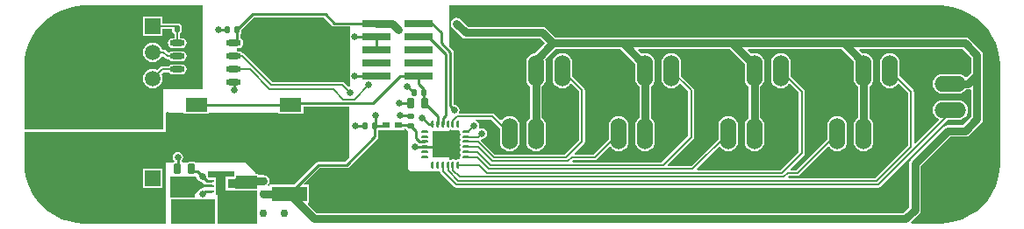
<source format=gtl>
G04 Layer_Physical_Order=1*
G04 Layer_Color=255*
%FSLAX23Y23*%
%MOIN*%
G70*
G01*
G75*
G04:AMPARAMS|DCode=10|XSize=22mil|YSize=24mil|CornerRadius=4mil|HoleSize=0mil|Usage=FLASHONLY|Rotation=0.000|XOffset=0mil|YOffset=0mil|HoleType=Round|Shape=RoundedRectangle|*
%AMROUNDEDRECTD10*
21,1,0.022,0.015,0,0,0.0*
21,1,0.013,0.024,0,0,0.0*
1,1,0.009,0.007,-0.008*
1,1,0.009,-0.007,-0.008*
1,1,0.009,-0.007,0.008*
1,1,0.009,0.007,0.008*
%
%ADD10ROUNDEDRECTD10*%
%ADD11O,0.057X0.024*%
%ADD12R,0.134X0.055*%
%ADD13R,0.110X0.030*%
G04:AMPARAMS|DCode=14|XSize=29mil|YSize=39mil|CornerRadius=6mil|HoleSize=0mil|Usage=FLASHONLY|Rotation=180.000|XOffset=0mil|YOffset=0mil|HoleType=Round|Shape=RoundedRectangle|*
%AMROUNDEDRECTD14*
21,1,0.029,0.028,0,0,180.0*
21,1,0.017,0.039,0,0,180.0*
1,1,0.012,-0.009,0.014*
1,1,0.012,0.009,0.014*
1,1,0.012,0.009,-0.014*
1,1,0.012,-0.009,-0.014*
%
%ADD14ROUNDEDRECTD14*%
%ADD15O,0.030X0.010*%
%ADD16O,0.010X0.030*%
%ADD17R,0.100X0.100*%
%ADD18R,0.083X0.055*%
G04:AMPARAMS|DCode=19|XSize=22mil|YSize=24mil|CornerRadius=4mil|HoleSize=0mil|Usage=FLASHONLY|Rotation=90.000|XOffset=0mil|YOffset=0mil|HoleType=Round|Shape=RoundedRectangle|*
%AMROUNDEDRECTD19*
21,1,0.022,0.015,0,0,90.0*
21,1,0.013,0.024,0,0,90.0*
1,1,0.009,0.008,0.007*
1,1,0.009,0.008,-0.007*
1,1,0.009,-0.008,-0.007*
1,1,0.009,-0.008,0.007*
%
%ADD19ROUNDEDRECTD19*%
%ADD20R,0.031X0.024*%
%ADD21R,0.067X0.043*%
G04:AMPARAMS|DCode=22|XSize=52mil|YSize=60mil|CornerRadius=13mil|HoleSize=0mil|Usage=FLASHONLY|Rotation=180.000|XOffset=0mil|YOffset=0mil|HoleType=Round|Shape=RoundedRectangle|*
%AMROUNDEDRECTD22*
21,1,0.052,0.034,0,0,180.0*
21,1,0.026,0.060,0,0,180.0*
1,1,0.026,-0.013,0.017*
1,1,0.026,0.013,0.017*
1,1,0.026,0.013,-0.017*
1,1,0.026,-0.013,-0.017*
%
%ADD22ROUNDEDRECTD22*%
%ADD23R,0.083X0.065*%
%ADD24R,0.035X0.063*%
%ADD25R,0.020X0.011*%
%ADD26C,0.010*%
%ADD27C,0.008*%
%ADD28C,0.015*%
%ADD29C,0.030*%
%ADD30C,0.059*%
%ADD31R,0.059X0.059*%
%ADD32O,0.120X0.060*%
%ADD33C,0.197*%
%ADD34O,0.060X0.120*%
%ADD35C,0.025*%
%ADD36C,0.030*%
%ADD37C,0.020*%
G36*
X905Y155D02*
X824D01*
Y158D01*
X795D01*
Y192D01*
X824D01*
Y195D01*
X825D01*
Y205D01*
X905D01*
Y155D01*
D02*
G37*
G36*
X675Y196D02*
Y195D01*
X680Y190D01*
X686Y186D01*
X686Y186D01*
X692Y182D01*
X693Y182D01*
X707Y172D01*
X712Y170D01*
X736Y170D01*
X741Y166D01*
Y164D01*
X736Y160D01*
X707Y160D01*
X686Y151D01*
X670Y135D01*
X670Y122D01*
X580D01*
X575Y126D01*
Y200D01*
X671Y200D01*
X675Y196D01*
D02*
G37*
G36*
X1644Y379D02*
X1646Y378D01*
X1650Y378D01*
X1655Y378D01*
X1657Y379D01*
X1660Y381D01*
X1664Y379D01*
X1665Y378D01*
X1670Y378D01*
X1672Y378D01*
X1676Y374D01*
X1676Y372D01*
X1677Y367D01*
X1678Y366D01*
X1679Y362D01*
X1678Y358D01*
X1677Y357D01*
X1676Y352D01*
X1677Y348D01*
X1678Y346D01*
X1679Y342D01*
X1678Y339D01*
X1677Y337D01*
X1676Y333D01*
X1677Y328D01*
X1678Y326D01*
X1679Y323D01*
X1678Y319D01*
X1677Y318D01*
X1676Y313D01*
X1677Y308D01*
X1678Y307D01*
X1679Y303D01*
X1678Y299D01*
X1677Y298D01*
X1676Y293D01*
X1677Y289D01*
X1678Y287D01*
X1679Y283D01*
X1678Y280D01*
X1677Y278D01*
X1676Y274D01*
X1676Y272D01*
X1672Y268D01*
X1670Y268D01*
X1665Y267D01*
X1664Y266D01*
X1660Y265D01*
X1657Y266D01*
X1655Y267D01*
X1650Y268D01*
X1646Y267D01*
X1644Y266D01*
X1641Y265D01*
X1637Y266D01*
X1635Y267D01*
X1635Y267D01*
Y378D01*
X1635Y378D01*
X1637Y379D01*
X1641Y381D01*
X1644Y379D01*
D02*
G37*
G36*
X3500Y853D02*
Y853D01*
X3505Y853D01*
X3530Y851D01*
X3559Y845D01*
X3587Y836D01*
X3614Y822D01*
X3639Y806D01*
X3661Y786D01*
X3681Y764D01*
X3697Y739D01*
X3711Y712D01*
X3720Y684D01*
X3726Y655D01*
X3728Y628D01*
Y247D01*
X3726Y220D01*
X3720Y191D01*
X3711Y163D01*
X3697Y136D01*
X3681Y111D01*
X3661Y89D01*
X3639Y69D01*
X3614Y53D01*
X3587Y39D01*
X3559Y30D01*
X3530Y24D01*
X3501Y22D01*
X3500Y22D01*
X3391D01*
X3389Y27D01*
X3421Y59D01*
X3426Y66D01*
X3427Y75D01*
Y241D01*
X3539Y353D01*
X3595D01*
X3604Y354D01*
X3611Y359D01*
X3656Y404D01*
X3661Y411D01*
X3662Y420D01*
Y588D01*
Y665D01*
X3661Y674D01*
X3656Y681D01*
X3611Y726D01*
X3604Y731D01*
X3595Y732D01*
X2039D01*
X2006Y766D01*
X1999Y771D01*
X1990Y772D01*
X1708D01*
X1680Y800D01*
X1673Y805D01*
X1664Y807D01*
X1656Y805D01*
X1649Y800D01*
X1644Y793D01*
X1642Y784D01*
X1644Y776D01*
X1649Y769D01*
X1683Y734D01*
X1690Y729D01*
X1699Y728D01*
X1981D01*
X1998Y710D01*
X1960Y672D01*
X1955Y671D01*
X1946Y667D01*
X1939Y661D01*
X1933Y654D01*
X1929Y645D01*
X1928Y635D01*
Y575D01*
X1929Y565D01*
X1933Y556D01*
X1939Y549D01*
X1943Y546D01*
Y424D01*
X1939Y421D01*
X1933Y414D01*
X1929Y405D01*
X1928Y395D01*
Y335D01*
X1929Y325D01*
X1933Y316D01*
X1939Y309D01*
X1946Y303D01*
X1955Y299D01*
X1965Y298D01*
X1975Y299D01*
X1984Y303D01*
X1991Y309D01*
X1997Y316D01*
X2001Y325D01*
X2002Y335D01*
Y395D01*
X2001Y405D01*
X1997Y414D01*
X1991Y421D01*
X1987Y424D01*
Y546D01*
X1991Y549D01*
X1997Y556D01*
X2001Y565D01*
X2002Y575D01*
Y635D01*
X2001Y645D01*
X2000Y648D01*
X2039Y688D01*
X2286D01*
X2343Y631D01*
Y575D01*
X2344Y565D01*
X2348Y556D01*
X2354Y549D01*
X2358Y546D01*
Y424D01*
X2354Y421D01*
X2348Y414D01*
X2344Y405D01*
X2343Y395D01*
Y335D01*
X2344Y325D01*
X2348Y316D01*
X2354Y309D01*
X2361Y303D01*
X2370Y299D01*
X2380Y298D01*
X2390Y299D01*
X2399Y303D01*
X2406Y309D01*
X2412Y316D01*
X2416Y325D01*
X2417Y335D01*
Y395D01*
X2416Y405D01*
X2412Y414D01*
X2406Y421D01*
X2402Y424D01*
Y546D01*
X2406Y549D01*
X2412Y556D01*
X2416Y565D01*
X2417Y575D01*
Y635D01*
X2416Y645D01*
X2412Y654D01*
X2406Y661D01*
X2399Y667D01*
X2390Y671D01*
X2380Y672D01*
X2370Y671D01*
X2367Y670D01*
X2354Y683D01*
X2356Y688D01*
X2701D01*
X2758Y631D01*
Y575D01*
X2759Y565D01*
X2763Y556D01*
X2769Y549D01*
X2773Y546D01*
Y424D01*
X2769Y421D01*
X2763Y414D01*
X2759Y405D01*
X2758Y395D01*
Y335D01*
X2759Y325D01*
X2763Y316D01*
X2769Y309D01*
X2776Y303D01*
X2785Y299D01*
X2795Y298D01*
X2805Y299D01*
X2814Y303D01*
X2821Y309D01*
X2827Y316D01*
X2831Y325D01*
X2832Y335D01*
Y395D01*
X2831Y405D01*
X2827Y414D01*
X2821Y421D01*
X2817Y424D01*
Y546D01*
X2821Y549D01*
X2827Y556D01*
X2831Y565D01*
X2832Y575D01*
Y635D01*
X2831Y645D01*
X2827Y654D01*
X2821Y661D01*
X2814Y667D01*
X2805Y671D01*
X2795Y672D01*
X2785Y671D01*
X2782Y670D01*
X2769Y683D01*
X2771Y688D01*
X3126D01*
X3173Y640D01*
X3173Y635D01*
Y575D01*
X3174Y565D01*
X3178Y556D01*
X3184Y549D01*
X3188Y546D01*
Y424D01*
X3184Y421D01*
X3178Y414D01*
X3174Y405D01*
X3173Y395D01*
Y335D01*
X3174Y325D01*
X3178Y316D01*
X3184Y309D01*
X3191Y303D01*
X3200Y299D01*
X3210Y298D01*
X3220Y299D01*
X3229Y303D01*
X3236Y309D01*
X3242Y316D01*
X3246Y325D01*
X3247Y335D01*
Y395D01*
X3246Y405D01*
X3242Y414D01*
X3236Y421D01*
X3232Y424D01*
Y546D01*
X3236Y549D01*
X3242Y556D01*
X3246Y565D01*
X3247Y575D01*
Y635D01*
X3246Y645D01*
X3242Y654D01*
X3236Y661D01*
X3229Y667D01*
X3220Y671D01*
X3210Y672D01*
X3205Y672D01*
X3194Y683D01*
X3196Y688D01*
X3586D01*
X3618Y656D01*
Y597D01*
X3601Y581D01*
X3597Y581D01*
X3596Y581D01*
X3589Y587D01*
X3580Y591D01*
X3570Y592D01*
X3510D01*
X3500Y591D01*
X3491Y587D01*
X3484Y581D01*
X3478Y574D01*
X3474Y565D01*
X3473Y555D01*
X3474Y545D01*
X3478Y536D01*
X3484Y529D01*
X3491Y523D01*
X3500Y519D01*
X3510Y518D01*
X3570D01*
X3580Y519D01*
X3589Y523D01*
X3596Y529D01*
X3599Y533D01*
X3607D01*
X3613Y534D01*
X3618Y530D01*
Y429D01*
X3586Y397D01*
X3530D01*
X3521Y396D01*
X3514Y391D01*
X3389Y266D01*
X3384Y259D01*
X3383Y250D01*
Y84D01*
X3361Y62D01*
X1132D01*
X1099Y96D01*
X1100Y100D01*
X1102D01*
Y170D01*
X1086D01*
X1084Y174D01*
X1143Y233D01*
X1245D01*
X1250Y234D01*
X1254Y236D01*
X1362Y345D01*
X1365Y349D01*
X1366Y354D01*
Y377D01*
X1367Y378D01*
X1372Y379D01*
X1372Y379D01*
X1372Y379D01*
X1417D01*
Y379D01*
X1419D01*
Y379D01*
X1465D01*
Y384D01*
X1470Y384D01*
X1470Y383D01*
X1472Y379D01*
X1476Y377D01*
X1480Y376D01*
Y330D01*
Y230D01*
X1490Y220D01*
X1492Y222D01*
X1600D01*
X1601Y217D01*
X1603Y214D01*
X1654Y163D01*
D01*
X1655Y162D01*
X1655Y162D01*
X1658Y160D01*
X1663Y159D01*
X3265D01*
X3265Y159D01*
X3269Y160D01*
X3273Y162D01*
X3529Y418D01*
X3570D01*
X3580Y419D01*
X3589Y423D01*
X3596Y429D01*
X3602Y436D01*
X3606Y445D01*
X3607Y455D01*
X3606Y465D01*
X3602Y474D01*
X3596Y481D01*
X3589Y487D01*
X3580Y491D01*
X3570Y492D01*
X3510D01*
X3500Y491D01*
X3491Y487D01*
X3484Y481D01*
X3478Y474D01*
X3474Y465D01*
X3473Y455D01*
X3474Y445D01*
X3478Y436D01*
X3484Y429D01*
X3491Y423D01*
X3495Y421D01*
X3496Y416D01*
X3406Y327D01*
X3401Y329D01*
Y525D01*
X3401Y525D01*
X3400Y529D01*
X3398Y533D01*
X3398Y533D01*
X3347Y584D01*
Y635D01*
X3346Y645D01*
X3342Y654D01*
X3336Y661D01*
X3329Y667D01*
X3320Y671D01*
X3310Y672D01*
X3300Y671D01*
X3291Y667D01*
X3284Y661D01*
X3278Y654D01*
X3274Y645D01*
X3273Y635D01*
Y575D01*
X3274Y565D01*
X3278Y556D01*
X3284Y549D01*
X3291Y543D01*
X3300Y539D01*
X3310Y538D01*
X3320Y539D01*
X3329Y543D01*
X3336Y549D01*
X3339Y553D01*
X3346Y553D01*
X3379Y520D01*
Y321D01*
X3254Y196D01*
X2926D01*
X2924Y201D01*
X2926Y204D01*
X2960D01*
X2960Y204D01*
X2964Y205D01*
X2968Y207D01*
X3074Y313D01*
X3081Y313D01*
X3084Y309D01*
X3091Y303D01*
X3100Y299D01*
X3110Y298D01*
X3120Y299D01*
X3129Y303D01*
X3136Y309D01*
X3142Y316D01*
X3146Y325D01*
X3147Y335D01*
Y395D01*
X3146Y405D01*
X3142Y414D01*
X3136Y421D01*
X3129Y427D01*
X3120Y431D01*
X3110Y432D01*
X3100Y431D01*
X3091Y427D01*
X3084Y421D01*
X3078Y414D01*
X3074Y405D01*
X3073Y395D01*
Y344D01*
X2955Y226D01*
X2934D01*
X2932Y231D01*
X2983Y282D01*
X2983Y282D01*
X2985Y286D01*
X2986Y290D01*
Y525D01*
X2986Y525D01*
X2985Y529D01*
X2983Y533D01*
X2983Y533D01*
X2932Y584D01*
Y635D01*
X2931Y645D01*
X2927Y654D01*
X2921Y661D01*
X2914Y667D01*
X2905Y671D01*
X2895Y672D01*
X2885Y671D01*
X2876Y667D01*
X2869Y661D01*
X2863Y654D01*
X2859Y645D01*
X2858Y635D01*
Y575D01*
X2859Y565D01*
X2863Y556D01*
X2869Y549D01*
X2876Y543D01*
X2885Y539D01*
X2895Y538D01*
X2905Y539D01*
X2914Y543D01*
X2921Y549D01*
X2924Y553D01*
X2931Y553D01*
X2964Y520D01*
Y295D01*
X2895Y226D01*
X2579D01*
X2577Y231D01*
X2659Y313D01*
X2666Y313D01*
X2669Y309D01*
X2676Y303D01*
X2685Y299D01*
X2695Y298D01*
X2705Y299D01*
X2714Y303D01*
X2721Y309D01*
X2727Y316D01*
X2731Y325D01*
X2732Y335D01*
Y395D01*
X2731Y405D01*
X2727Y414D01*
X2721Y421D01*
X2714Y427D01*
X2705Y431D01*
X2695Y432D01*
X2685Y431D01*
X2676Y427D01*
X2669Y421D01*
X2663Y414D01*
X2659Y405D01*
X2658Y395D01*
Y344D01*
X2555Y241D01*
X2467D01*
X2465Y246D01*
X2563Y344D01*
X2563Y344D01*
X2565Y348D01*
X2566Y352D01*
X2566Y352D01*
Y530D01*
X2565Y534D01*
X2563Y538D01*
X2563Y538D01*
X2517Y584D01*
Y635D01*
X2516Y645D01*
X2512Y654D01*
X2506Y661D01*
X2499Y667D01*
X2490Y671D01*
X2480Y672D01*
X2470Y671D01*
X2461Y667D01*
X2454Y661D01*
X2448Y654D01*
X2444Y645D01*
X2443Y635D01*
Y575D01*
X2444Y565D01*
X2448Y556D01*
X2454Y549D01*
X2461Y543D01*
X2470Y539D01*
X2480Y538D01*
X2490Y539D01*
X2499Y543D01*
X2506Y549D01*
X2509Y553D01*
X2516Y553D01*
X2544Y525D01*
Y357D01*
X2443Y256D01*
X2106D01*
X2104Y261D01*
X2106Y264D01*
X2190D01*
X2190Y264D01*
X2194Y265D01*
X2198Y267D01*
X2244Y313D01*
X2251Y313D01*
X2254Y309D01*
X2261Y303D01*
X2270Y299D01*
X2280Y298D01*
X2290Y299D01*
X2299Y303D01*
X2306Y309D01*
X2312Y316D01*
X2316Y325D01*
X2317Y335D01*
Y395D01*
X2316Y405D01*
X2312Y414D01*
X2306Y421D01*
X2299Y427D01*
X2290Y431D01*
X2280Y432D01*
X2270Y431D01*
X2261Y427D01*
X2254Y421D01*
X2248Y414D01*
X2244Y405D01*
X2243Y395D01*
Y344D01*
X2185Y286D01*
X2114D01*
X2112Y291D01*
X2148Y327D01*
X2148Y327D01*
X2150Y331D01*
X2151Y335D01*
X2151Y335D01*
Y530D01*
X2150Y534D01*
X2148Y538D01*
X2148Y538D01*
X2102Y584D01*
Y635D01*
X2101Y645D01*
X2097Y654D01*
X2091Y661D01*
X2084Y667D01*
X2075Y671D01*
X2065Y672D01*
X2055Y671D01*
X2046Y667D01*
X2039Y661D01*
X2033Y654D01*
X2029Y645D01*
X2028Y635D01*
Y575D01*
X2029Y565D01*
X2033Y556D01*
X2039Y549D01*
X2046Y543D01*
X2055Y539D01*
X2065Y538D01*
X2075Y539D01*
X2084Y543D01*
X2091Y549D01*
X2094Y553D01*
X2101Y553D01*
X2129Y525D01*
Y340D01*
X2075Y286D01*
X1810D01*
X1757Y339D01*
X1756Y341D01*
X1759Y345D01*
X1760Y345D01*
X1768Y347D01*
X1774Y351D01*
X1778Y357D01*
X1780Y365D01*
X1778Y373D01*
X1774Y379D01*
X1768Y383D01*
X1760Y385D01*
X1752Y383D01*
X1751Y383D01*
X1748Y386D01*
X1748Y387D01*
X1750Y395D01*
X1748Y403D01*
X1744Y409D01*
X1738Y413D01*
X1736Y414D01*
X1736Y419D01*
X1795D01*
X1828Y386D01*
Y335D01*
X1829Y325D01*
X1833Y316D01*
X1839Y309D01*
X1846Y303D01*
X1855Y299D01*
X1865Y298D01*
X1875Y299D01*
X1884Y303D01*
X1891Y309D01*
X1897Y316D01*
X1901Y325D01*
X1902Y335D01*
Y395D01*
X1901Y405D01*
X1897Y414D01*
X1891Y421D01*
X1884Y427D01*
X1875Y431D01*
X1865Y432D01*
X1855Y431D01*
X1846Y427D01*
X1839Y421D01*
X1836Y417D01*
X1829Y417D01*
X1808Y438D01*
X1804Y440D01*
X1800Y441D01*
X1800Y441D01*
X1675D01*
X1672Y446D01*
X1673Y447D01*
X1675Y455D01*
X1673Y463D01*
X1669Y469D01*
X1663Y473D01*
X1655Y475D01*
X1652Y479D01*
Y676D01*
X1651Y681D01*
X1648Y685D01*
X1635Y698D01*
Y853D01*
X3500D01*
X3500Y853D01*
D02*
G37*
G36*
X745Y22D02*
X580D01*
Y115D01*
X745D01*
Y22D01*
D02*
G37*
G36*
X820Y210D02*
X820Y210D01*
X818Y208D01*
X818Y205D01*
Y200D01*
X787D01*
Y148D01*
X824D01*
X824Y148D01*
X905D01*
Y22D01*
X755D01*
Y130D01*
X750D01*
Y190D01*
Y199D01*
X720D01*
Y220D01*
X820D01*
Y210D01*
D02*
G37*
G36*
X1191Y776D02*
X1195Y774D01*
X1200Y773D01*
X1260D01*
Y545D01*
X1251D01*
X1238Y558D01*
X1234Y560D01*
X1230Y561D01*
X1230Y561D01*
X965D01*
X858Y668D01*
X854Y670D01*
X850Y671D01*
X850Y671D01*
X849D01*
X848Y674D01*
X841Y678D01*
X834Y679D01*
X829D01*
Y691D01*
X834D01*
X841Y692D01*
X848Y696D01*
X852Y703D01*
X853Y710D01*
X852Y717D01*
X848Y724D01*
X841Y728D01*
X841Y728D01*
Y742D01*
X844Y744D01*
X846Y748D01*
X847Y752D01*
Y761D01*
X894Y808D01*
X1160D01*
X1191Y776D01*
D02*
G37*
G36*
X1255Y272D02*
X1240Y257D01*
X1138D01*
X1133Y256D01*
X1129Y254D01*
X1045Y170D01*
X954D01*
Y165D01*
X948D01*
X946Y170D01*
X951Y176D01*
X952Y185D01*
X951Y194D01*
X946Y201D01*
X939Y206D01*
X930Y207D01*
X912D01*
X912Y208D01*
X910Y210D01*
X908Y212D01*
X905Y212D01*
X900D01*
Y215D01*
X875Y240D01*
X860Y255D01*
X672D01*
X671Y256D01*
X666Y257D01*
X648D01*
X643Y256D01*
X642Y255D01*
X623D01*
X621Y257D01*
X619Y261D01*
X623Y267D01*
X625Y275D01*
X623Y283D01*
X619Y289D01*
X613Y293D01*
X605Y295D01*
X597Y293D01*
X591Y289D01*
X587Y283D01*
X585Y275D01*
X587Y267D01*
X591Y261D01*
X590Y259D01*
X589Y256D01*
X588Y255D01*
X560D01*
Y22D01*
X250D01*
X249Y22D01*
X220Y24D01*
X191Y30D01*
X163Y39D01*
X136Y53D01*
X111Y69D01*
X89Y89D01*
X69Y111D01*
X53Y136D01*
X39Y163D01*
X30Y191D01*
X24Y220D01*
X22Y249D01*
X22Y250D01*
Y370D01*
X560D01*
Y445D01*
X565Y450D01*
X570Y445D01*
X627D01*
Y440D01*
X723D01*
Y445D01*
X985D01*
Y440D01*
X1082D01*
Y468D01*
X1255D01*
Y272D01*
D02*
G37*
G36*
X700Y535D02*
X550Y535D01*
Y384D01*
X546Y380D01*
X22Y380D01*
Y628D01*
X24Y655D01*
X30Y684D01*
X39Y712D01*
X53Y739D01*
X69Y764D01*
X89Y786D01*
X111Y806D01*
X136Y822D01*
X163Y836D01*
X191Y845D01*
X220Y851D01*
X245Y853D01*
X245Y853D01*
X250Y853D01*
X250D01*
X255Y853D01*
X255D01*
X255D01*
X700D01*
Y535D01*
D02*
G37*
%LPC*%
G36*
X510Y712D02*
X500Y711D01*
X492Y707D01*
X484Y701D01*
X478Y693D01*
X474Y685D01*
X473Y675D01*
X474Y665D01*
X478Y657D01*
X484Y649D01*
X492Y643D01*
X500Y639D01*
X510Y638D01*
X520Y639D01*
X528Y643D01*
X536Y649D01*
X542Y657D01*
X543Y659D01*
X549Y660D01*
X557Y652D01*
X557Y652D01*
X561Y650D01*
X565Y649D01*
X565Y649D01*
X571D01*
X572Y646D01*
X579Y642D01*
X586Y641D01*
X619D01*
X627Y642D01*
X633Y646D01*
X637Y653D01*
X639Y660D01*
X637Y667D01*
X633Y674D01*
X627Y678D01*
X619Y679D01*
X586D01*
X579Y678D01*
X572Y674D01*
X567Y674D01*
X558Y683D01*
X554Y685D01*
X550Y686D01*
X550Y686D01*
X545D01*
X542Y693D01*
X536Y701D01*
X528Y707D01*
X520Y711D01*
X510Y712D01*
D02*
G37*
G36*
X547Y812D02*
X473D01*
Y738D01*
X547D01*
Y764D01*
X583D01*
Y757D01*
X584Y753D01*
X586Y749D01*
X590Y747D01*
X592Y746D01*
Y729D01*
X586D01*
X579Y728D01*
X572Y724D01*
X568Y717D01*
X567Y710D01*
X568Y703D01*
X572Y696D01*
X579Y692D01*
X586Y691D01*
X619D01*
X627Y692D01*
X633Y696D01*
X637Y703D01*
X639Y710D01*
X637Y717D01*
X633Y724D01*
X627Y728D01*
X619Y729D01*
X614D01*
Y748D01*
X616Y749D01*
X619Y753D01*
X620Y757D01*
Y773D01*
X619Y777D01*
X616Y781D01*
X612Y783D01*
X608Y784D01*
X597D01*
X596Y785D01*
X591Y786D01*
X591Y786D01*
X547D01*
Y812D01*
D02*
G37*
G36*
Y232D02*
X473D01*
Y158D01*
X547D01*
Y232D01*
D02*
G37*
G36*
X619Y629D02*
X586D01*
X579Y628D01*
X572Y624D01*
X571Y621D01*
X545D01*
X545Y621D01*
X541Y620D01*
X537Y618D01*
X537Y618D01*
X527Y608D01*
X520Y611D01*
X510Y612D01*
X500Y611D01*
X492Y607D01*
X484Y601D01*
X478Y593D01*
X474Y585D01*
X473Y575D01*
X474Y565D01*
X478Y557D01*
X484Y549D01*
X492Y543D01*
X500Y539D01*
X510Y538D01*
X520Y539D01*
X528Y543D01*
X536Y549D01*
X542Y557D01*
X546Y565D01*
X547Y575D01*
X546Y585D01*
X543Y592D01*
X550Y599D01*
X571D01*
X572Y596D01*
X579Y592D01*
X586Y591D01*
X619D01*
X627Y592D01*
X633Y596D01*
X637Y603D01*
X639Y610D01*
X637Y617D01*
X633Y624D01*
X627Y628D01*
X619Y629D01*
D02*
G37*
%LPD*%
D10*
X639Y765D02*
D03*
X601D02*
D03*
X791Y760D02*
D03*
X829D02*
D03*
X1501Y520D02*
D03*
X1539D02*
D03*
X1316Y395D02*
D03*
X1354D02*
D03*
D11*
X817Y560D02*
D03*
Y610D02*
D03*
Y660D02*
D03*
Y710D02*
D03*
X603Y560D02*
D03*
Y610D02*
D03*
Y660D02*
D03*
Y710D02*
D03*
D12*
X1028Y135D02*
D03*
X1232D02*
D03*
D13*
X1360Y785D02*
D03*
X1520D02*
D03*
X1360Y735D02*
D03*
X1520D02*
D03*
X1360Y685D02*
D03*
X1520D02*
D03*
X1360Y635D02*
D03*
X1520D02*
D03*
X1360Y585D02*
D03*
X1520D02*
D03*
D14*
X1488Y480D02*
D03*
X1542D02*
D03*
X657Y230D02*
D03*
X603D02*
D03*
D15*
X1544Y372D02*
D03*
Y352D02*
D03*
Y333D02*
D03*
Y313D02*
D03*
Y293D02*
D03*
Y274D02*
D03*
X1698D02*
D03*
Y293D02*
D03*
Y313D02*
D03*
Y333D02*
D03*
Y352D02*
D03*
Y372D02*
D03*
D16*
X1572Y246D02*
D03*
X1591D02*
D03*
X1611D02*
D03*
X1631D02*
D03*
X1650D02*
D03*
X1670D02*
D03*
Y400D02*
D03*
X1650D02*
D03*
X1631D02*
D03*
X1611D02*
D03*
X1591D02*
D03*
X1572D02*
D03*
D17*
X1621Y323D02*
D03*
D18*
X675Y475D02*
D03*
Y298D02*
D03*
X1033D02*
D03*
Y475D02*
D03*
D19*
X1488Y432D02*
D03*
Y394D02*
D03*
D20*
X1395Y398D02*
D03*
X1442D02*
D03*
D21*
X865Y182D02*
D03*
Y78D02*
D03*
D22*
X792Y85D02*
D03*
X717D02*
D03*
D23*
X625Y155D02*
D03*
Y75D02*
D03*
D24*
X770Y175D02*
D03*
D25*
X733Y145D02*
D03*
Y165D02*
D03*
Y185D02*
D03*
Y205D02*
D03*
X807D02*
D03*
Y185D02*
D03*
Y165D02*
D03*
Y145D02*
D03*
D26*
X1544Y313D02*
X1611D01*
X1505Y315D02*
X1507Y313D01*
X1544D01*
X1611D02*
X1621Y323D01*
X1354Y394D02*
X1391D01*
X1354D02*
Y395D01*
Y354D02*
Y394D01*
X1028Y135D02*
X1138Y245D01*
X1245D01*
X1354Y354D01*
X817Y560D02*
X820Y557D01*
Y530D02*
Y557D01*
X760Y760D02*
X791D01*
X639Y765D02*
X670D01*
X829Y760D02*
X889Y820D01*
X1165D01*
X1200Y785D01*
X1360D01*
X1180Y135D02*
X1232D01*
X1031Y300D02*
X1033Y298D01*
X965Y300D02*
X1031D01*
X677D02*
X750D01*
X675Y298D02*
X677Y300D01*
X1039Y481D02*
X1345D01*
X1033Y475D02*
X1039Y481D01*
X1345D02*
X1450Y585D01*
X829Y721D02*
Y760D01*
X675Y475D02*
X1033D01*
X1280Y395D02*
X1316D01*
X1275Y585D02*
X1360D01*
X1275Y735D02*
X1360D01*
Y685D02*
Y735D01*
X1476Y545D02*
X1501Y520D01*
X1475Y545D02*
X1476D01*
X1445Y480D02*
X1488D01*
X1542D02*
X1591Y430D01*
X1539Y483D02*
X1542Y480D01*
X1539Y520D02*
Y536D01*
Y483D02*
Y520D01*
X1591Y400D02*
Y430D01*
X1520Y555D02*
X1539Y536D01*
X1520Y555D02*
Y585D01*
X1640Y470D02*
Y676D01*
X1605Y711D02*
X1640Y676D01*
X1605Y711D02*
Y750D01*
X1623Y435D02*
Y669D01*
X1557Y735D02*
X1623Y669D01*
X1520Y785D02*
X1570D01*
X1605Y750D01*
X1520Y735D02*
X1557D01*
X1450Y585D02*
X1520D01*
X1354Y395D02*
X1355Y396D01*
Y435D01*
X1640Y470D02*
X1655Y455D01*
X603Y230D02*
X605Y232D01*
Y275D01*
X1485Y435D02*
X1488Y432D01*
X1448Y435D02*
X1485D01*
X1558Y400D02*
X1572D01*
X1533Y425D02*
X1558Y400D01*
X1611Y423D02*
X1623Y435D01*
X1611Y400D02*
Y423D01*
X1391Y394D02*
X1395Y398D01*
X1485D02*
X1488Y394D01*
X1508Y374D01*
X1523Y333D02*
X1544D01*
X1508Y348D02*
X1523Y333D01*
X1508Y348D02*
Y374D01*
X1442Y398D02*
X1485D01*
X657Y230D02*
X667Y220D01*
X680D01*
X700Y200D01*
X715Y185D01*
X733D01*
X700Y135D02*
X710Y145D01*
X733D01*
D27*
X660Y560D02*
X660Y560D01*
X545Y610D02*
X603D01*
X510Y575D02*
X545Y610D01*
X565Y660D02*
X603D01*
X550Y675D02*
X565Y660D01*
X510Y675D02*
X550D01*
X1230Y550D02*
X1260Y520D01*
X1195Y535D02*
X1234Y496D01*
X1276D02*
X1330Y550D01*
X1234Y496D02*
X1276D01*
X954Y535D02*
X1195D01*
X879Y610D02*
X954Y535D01*
X817Y610D02*
X879D01*
X960Y550D02*
X1230D01*
X850Y660D02*
X960Y550D01*
X817Y660D02*
X850D01*
X601Y765D02*
X603Y764D01*
X591Y775D02*
X601Y765D01*
X603Y710D02*
Y764D01*
X510Y775D02*
X591D01*
X3390Y316D02*
Y525D01*
X3259Y185D02*
X3390Y316D01*
X1669Y185D02*
X3259D01*
X3540Y445D02*
Y455D01*
X3265Y170D02*
X3540Y445D01*
X1663Y170D02*
X3265D01*
X3540Y455D02*
X3540Y455D01*
X1747Y352D02*
X1760Y365D01*
X1698Y352D02*
X1747D01*
X2921Y215D02*
X2960D01*
X2906Y200D02*
X2921Y215D01*
X1675Y200D02*
X2906D01*
X2900Y215D02*
X2975Y290D01*
X1780Y215D02*
X2900D01*
X2960D02*
X3110Y365D01*
X2560Y230D02*
X2695Y365D01*
X1786Y230D02*
X2560D01*
X1749Y246D02*
X1780Y215D01*
X1743Y274D02*
X1786Y230D01*
X2448Y245D02*
X2555Y352D01*
X1744Y293D02*
X1793Y245D01*
X2086Y260D02*
X2101Y275D01*
X1746Y313D02*
X1799Y260D01*
X1793Y245D02*
X2448D01*
X1799Y260D02*
X2086D01*
X2080Y275D02*
X2140Y335D01*
X1805Y275D02*
X2080D01*
X1747Y333D02*
X1805Y275D01*
X1650Y225D02*
X1675Y200D01*
X1631Y223D02*
X1669Y185D01*
X1611Y222D02*
X1663Y170D01*
X2101Y275D02*
X2190D01*
X2280Y365D01*
X2555Y352D02*
Y530D01*
X1707Y372D02*
X1730Y395D01*
X1698Y372D02*
X1707D01*
X1800Y430D02*
X1865Y365D01*
X1665Y430D02*
X1800D01*
X2140Y335D02*
Y530D01*
X1611Y222D02*
Y246D01*
X1631Y223D02*
Y246D01*
X1650Y225D02*
Y246D01*
X3310Y605D02*
X3390Y525D01*
X2895Y605D02*
X2975Y525D01*
Y290D02*
Y525D01*
X1670Y246D02*
X1749D01*
X1698Y274D02*
X1743D01*
X2480Y605D02*
X2555Y530D01*
X1698Y293D02*
X1744D01*
X1698Y313D02*
X1746D01*
X2065Y605D02*
X2140Y530D01*
X1698Y333D02*
X1747D01*
X1650Y415D02*
X1665Y430D01*
X1650Y400D02*
Y415D01*
D28*
X603Y560D02*
X660D01*
D29*
X865Y182D02*
X868Y185D01*
X930D01*
X1280Y135D02*
Y185D01*
X1180Y135D02*
Y185D01*
X930Y135D02*
X930Y135D01*
X1028D01*
X1123Y40D01*
X3370D01*
X3607Y555D02*
X3640Y588D01*
Y665D01*
X3595Y710D02*
X3640Y665D01*
X3540Y555D02*
X3607D01*
X1664Y784D02*
X1699Y750D01*
X1990D01*
X1419Y785D02*
X1443Y761D01*
X2795Y365D02*
Y605D01*
X1360Y785D02*
X1419D01*
X1990Y750D02*
X2030Y710D01*
X2380Y605D02*
Y625D01*
X2295Y710D02*
X2380Y625D01*
X2030Y710D02*
X2295D01*
X2795Y605D02*
Y625D01*
X2710Y710D02*
X2795Y625D01*
X2295Y710D02*
X2710D01*
X3210Y605D02*
Y635D01*
X3135Y710D02*
X3210Y635D01*
Y365D02*
Y605D01*
X2710Y710D02*
X3595D01*
X2380Y365D02*
Y605D01*
X1965Y645D02*
X2030Y710D01*
X1965Y605D02*
Y645D01*
Y365D02*
Y605D01*
X3370Y40D02*
X3405Y75D01*
Y250D01*
X3530Y375D01*
X3595D01*
X3640Y420D01*
Y588D01*
D30*
X510Y575D02*
D03*
Y675D02*
D03*
Y475D02*
D03*
Y95D02*
D03*
D31*
Y775D02*
D03*
Y195D02*
D03*
D32*
X3540Y655D02*
D03*
Y555D02*
D03*
Y455D02*
D03*
D33*
X1000Y700D02*
D03*
X3540Y200D02*
D03*
D34*
X2895Y365D02*
D03*
X2795D02*
D03*
X2695D02*
D03*
X2480D02*
D03*
X2380D02*
D03*
X2280D02*
D03*
X3110Y605D02*
D03*
X3210D02*
D03*
X3310D02*
D03*
X2065Y365D02*
D03*
X1965D02*
D03*
X1865D02*
D03*
X3310D02*
D03*
X3210D02*
D03*
X3110D02*
D03*
X2695Y605D02*
D03*
X2795D02*
D03*
X2895D02*
D03*
X2280D02*
D03*
X2380D02*
D03*
X2480D02*
D03*
X1865D02*
D03*
X1965D02*
D03*
X2065D02*
D03*
D35*
X3425Y45D02*
D03*
X3495D02*
D03*
X3560Y55D02*
D03*
X3625Y95D02*
D03*
X3670Y145D02*
D03*
X3705Y215D02*
D03*
Y290D02*
D03*
Y360D02*
D03*
Y435D02*
D03*
Y505D02*
D03*
Y575D02*
D03*
Y650D02*
D03*
X3660Y750D02*
D03*
X1765Y570D02*
D03*
Y665D02*
D03*
X1655Y730D02*
D03*
X2015Y305D02*
D03*
X1915D02*
D03*
X1800Y350D02*
D03*
X2285Y275D02*
D03*
X2435Y290D02*
D03*
X2380Y275D02*
D03*
X2885Y245D02*
D03*
X2690D02*
D03*
X2795D02*
D03*
X3420Y485D02*
D03*
X3005D02*
D03*
X2175D02*
D03*
Y365D02*
D03*
Y605D02*
D03*
X2595D02*
D03*
Y485D02*
D03*
X2590Y365D02*
D03*
X3005D02*
D03*
Y605D02*
D03*
X3420Y555D02*
D03*
Y655D02*
D03*
X3310Y485D02*
D03*
X3110D02*
D03*
X2695D02*
D03*
X2895D02*
D03*
X2480D02*
D03*
X2280D02*
D03*
X2065D02*
D03*
X1865D02*
D03*
X1680Y570D02*
D03*
Y665D02*
D03*
X1210Y670D02*
D03*
X1140Y780D02*
D03*
X1110Y590D02*
D03*
X1210D02*
D03*
X1215Y735D02*
D03*
X850Y295D02*
D03*
Y425D02*
D03*
X750Y430D02*
D03*
X965Y425D02*
D03*
X1110Y295D02*
D03*
X1225D02*
D03*
Y440D02*
D03*
X1110D02*
D03*
X1415Y255D02*
D03*
Y320D02*
D03*
X1355Y255D02*
D03*
X1555Y160D02*
D03*
X1335Y85D02*
D03*
X1450D02*
D03*
X1555D02*
D03*
X3325Y165D02*
D03*
Y85D02*
D03*
X3245D02*
D03*
X3165D02*
D03*
X3085D02*
D03*
X3005D02*
D03*
X2925D02*
D03*
X2845D02*
D03*
X2765D02*
D03*
X2685D02*
D03*
X2605D02*
D03*
X2525D02*
D03*
X2445D02*
D03*
X2365D02*
D03*
X2285D02*
D03*
X2205D02*
D03*
X2125D02*
D03*
X2045D02*
D03*
X1965D02*
D03*
X1885D02*
D03*
X1805D02*
D03*
X1725D02*
D03*
X1645D02*
D03*
X3595Y795D02*
D03*
X3525Y835D02*
D03*
X3440D02*
D03*
X3355D02*
D03*
X3270D02*
D03*
X3185D02*
D03*
X3100D02*
D03*
X3015D02*
D03*
X2930D02*
D03*
X2845D02*
D03*
X2760D02*
D03*
X2675D02*
D03*
X2590D02*
D03*
X2505D02*
D03*
X2420D02*
D03*
X2335D02*
D03*
X2250D02*
D03*
X2165D02*
D03*
X2080D02*
D03*
X1995D02*
D03*
X1910D02*
D03*
X1825D02*
D03*
X1740D02*
D03*
X1655D02*
D03*
X500Y325D02*
D03*
X415D02*
D03*
X310Y330D02*
D03*
X220D02*
D03*
X130D02*
D03*
X505Y410D02*
D03*
X415D02*
D03*
X315D02*
D03*
X220D02*
D03*
X130D02*
D03*
X680Y835D02*
D03*
X610D02*
D03*
X510D02*
D03*
X425Y825D02*
D03*
X330D02*
D03*
X245D02*
D03*
X170Y810D02*
D03*
X105Y755D02*
D03*
X65Y690D02*
D03*
X45Y590D02*
D03*
Y505D02*
D03*
Y410D02*
D03*
Y330D02*
D03*
X50Y235D02*
D03*
X80Y150D02*
D03*
X145Y85D02*
D03*
X250Y50D02*
D03*
X340D02*
D03*
X430D02*
D03*
X1505Y315D02*
D03*
X820Y530D02*
D03*
X660Y560D02*
D03*
X670Y765D02*
D03*
X760Y760D02*
D03*
X965Y300D02*
D03*
X750D02*
D03*
X1275Y585D02*
D03*
Y735D02*
D03*
X1260Y520D02*
D03*
X1330Y550D02*
D03*
X1665Y785D02*
D03*
X1475Y545D02*
D03*
X1445Y480D02*
D03*
X1655Y455D02*
D03*
X1280Y395D02*
D03*
X1355Y435D02*
D03*
X1419Y785D02*
D03*
X1760Y365D02*
D03*
X1730Y395D02*
D03*
X1448Y435D02*
D03*
X1533Y425D02*
D03*
X605Y275D02*
D03*
X690Y35D02*
D03*
X700Y200D02*
D03*
Y135D02*
D03*
D36*
X930Y185D02*
D03*
X1010Y60D02*
D03*
X930D02*
D03*
X1280Y185D02*
D03*
X1180D02*
D03*
X930Y135D02*
D03*
D37*
X1599Y344D02*
D03*
X1643D02*
D03*
X1599Y301D02*
D03*
X1643D02*
D03*
X770Y191D02*
D03*
Y159D02*
D03*
M02*

</source>
